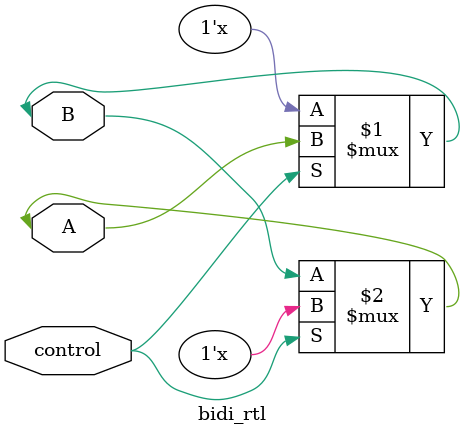
<source format=v>



 
 


  
module bidi_rtl(A,B,control);
inout A,B ;
input control ;
bufif1 one(B,A,control);
bufif0 two(A,B,control); 
endmodule 
  
  

/*module  bidi_rtl(A,B,control ) ;

inout   A,B;

input  control ;

reg temp1,temp0;

always @(*)
begin 
A=temp1;
B=temp0;
end 

always @(*)
begin
     if (control==0)
     begin
     temp0= A;
     temp1=1'bz;
     end
else if (control==1)
begin
temp1=B;
temp0=1'bz;
end

end 
//assign A=(control)?B:1'bz;
//assign B=(control)?1'bz:A; 

endmodule  */



 
 
/*module  bidi_rtl(A,B,control ) ;

inout  A,B ;

input  control ;
assign A=(control)?B:1'bz;
assign B=(control)?1'bz:A; 

endmodule  */

</source>
